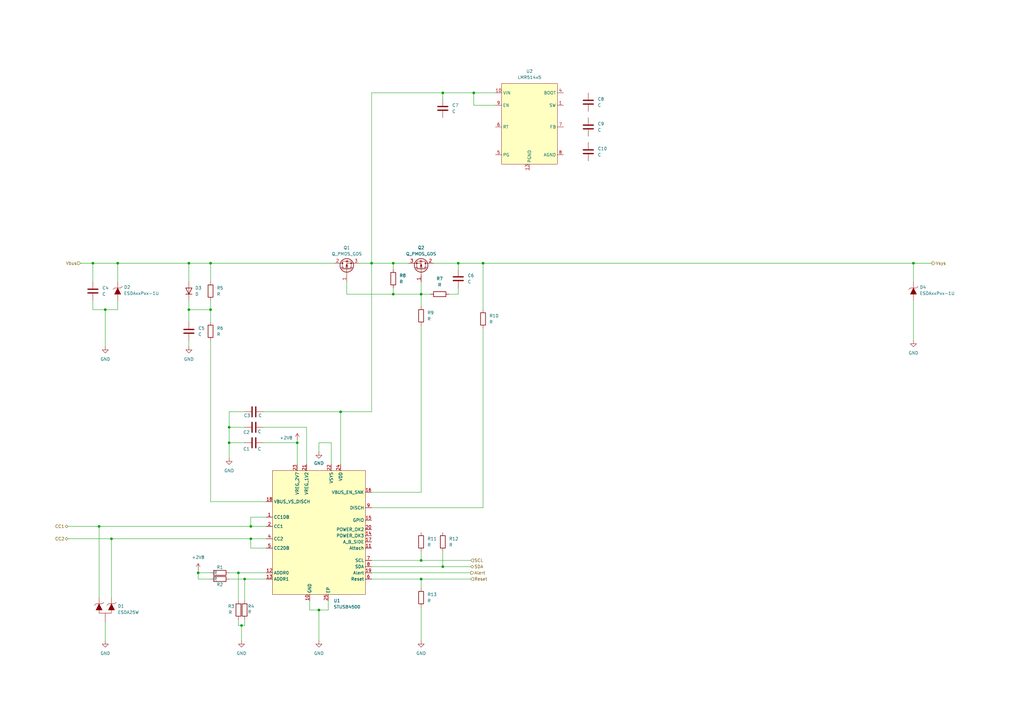
<source format=kicad_sch>
(kicad_sch (version 20231120) (generator "eeschema") (generator_version "8.0")
  (paper "A3")
  (lib_symbols
    (symbol "Device:C" (pin_numbers hide) (pin_names (offset 0.254))
      (property "Reference" "C" (at 0.635 2.54 0))
      (property "Value" "C" (at 0.635 -2.54 0))
      (symbol "C_0_1"
        (polyline (pts (xy -2.032 -0.762) (xy 2.032 -0.762)) (stroke (width 0.508)))
        (polyline (pts (xy -2.032 0.762) (xy 2.032 0.762)) (stroke (width 0.508)))
      )
      (symbol "C_1_1"
        (pin passive line (at 0 3.81 270) (length 2.794) (name "~") (number "1"))
        (pin passive line (at 0 -3.81 90) (length 2.794) (name "~") (number "2"))
      )
    )
    (symbol "Device:D" (pin_numbers hide) (pin_names (offset 1.016) hide)
      (property "Reference" "D" (at 0 2.54 0))
      (property "Value" "D" (at 0 -2.54 0))
      (symbol "D_0_1"
        (polyline (pts (xy -1.27 1.27) (xy -1.27 -1.27)) (stroke (width 0.254)))
        (polyline (pts (xy 1.27 0) (xy -1.27 0)))
        (polyline (pts (xy 1.27 1.27) (xy 1.27 -1.27) (xy -1.27 0) (xy 1.27 1.27)) (stroke (width 0.254)))
      )
      (symbol "D_1_1"
        (pin passive line (at -3.81 0 0) (length 2.54) (name "K") (number "1"))
        (pin passive line (at 3.81 0 180) (length 2.54) (name "A") (number "2"))
      )
    )
    (symbol "Device:Q_PMOS_GDS" (pin_names (offset 0) hide)
      (property "Reference" "Q" (at 5.08 1.27 0))
      (property "Value" "Q_PMOS_GDS" (at 5.08 -1.27 0))
      (symbol "Q_PMOS_GDS_0_1"
        (polyline (pts (xy 0.254 0) (xy -2.54 0)))
        (polyline (pts (xy 0.254 1.905) (xy 0.254 -1.905)) (stroke (width 0.254)))
        (polyline (pts (xy 0.762 -1.27) (xy 0.762 -2.286)) (stroke (width 0.254)))
        (polyline (pts (xy 0.762 0.508) (xy 0.762 -0.508)) (stroke (width 0.254)))
        (polyline (pts (xy 0.762 2.286) (xy 0.762 1.27)) (stroke (width 0.254)))
        (polyline (pts (xy 2.54 2.54) (xy 2.54 1.778)))
        (polyline (pts (xy 2.54 -2.54) (xy 2.54 0) (xy 0.762 0)))
        (polyline (pts (xy 0.762 1.778) (xy 3.302 1.778) (xy 3.302 -1.778) (xy 0.762 -1.778)))
        (polyline (pts (xy 2.286 0) (xy 1.27 0.381) (xy 1.27 -0.381) (xy 2.286 0)) (fill (type outline)))
        (polyline (pts (xy 2.794 -0.508) (xy 2.921 -0.381) (xy 3.683 -0.381) (xy 3.81 -0.254)))
        (polyline (pts (xy 3.302 -0.381) (xy 2.921 0.254) (xy 3.683 0.254) (xy 3.302 -0.381)))
        (circle (center 1.651 0) (radius 2.794) (stroke (width 0.254)))
        (circle (center 2.54 -1.778) (radius 0.254) (fill (type outline)))
        (circle (center 2.54 1.778) (radius 0.254) (fill (type outline)))
      )
      (symbol "Q_PMOS_GDS_1_1"
        (pin input line (at -5.08 0 0) (length 2.54) (name "G") (number "1"))
        (pin passive line (at 2.54 5.08 270) (length 2.54) (name "D") (number "2"))
        (pin passive line (at 2.54 -5.08 90) (length 2.54) (name "S") (number "3"))
      )
    )
    (symbol "Device:R" (pin_numbers hide) (pin_names (offset 0))
      (property "Reference" "R" (at 2.032 0 90))
      (property "Value" "R" (at 0 0 90))
      (symbol "R_0_1"
        (rectangle (start -1.016 -2.54) (end 1.016 2.54) (stroke (width 0.254)))
      )
      (symbol "R_1_1"
        (pin passive line (at 0 3.81 270) (length 1.27) (name "~") (number "1"))
        (pin passive line (at 0 -3.81 90) (length 1.27) (name "~") (number "2"))
      )
    )
    (symbol "Pyllr_Converter_DCDC:LMR514x5"
      (property "Reference" "U" (at 0 0 0))
      (property "Value" "LMR514x5" (at 0.254 -2.286 0))
      (symbol "LMR514x5_1_1"
        (rectangle (start -11.43 16.51) (end 11.43 -16.51) (fill (type background)))
        (pin power_out line (at 13.97 7.62 180) (length 2.54) (name "SW") (number "1"))
        (pin power_in line (at -13.97 12.7 0) (length 2.54) (name "VIN") (number "10"))
        (pin power_in line (at -13.97 12.7 0) (length 2.54) hide (name "VIN") (number "11"))
        (pin power_in line (at -13.97 12.7 0) (length 2.54) hide (name "VIN") (number "12"))
        (pin power_out line (at 0 -19.05 90) (length 2.54) (name "PGND") (number "13"))
        (pin power_out line (at 13.97 7.62 180) (length 2.54) hide (name "SW") (number "2"))
        (pin power_out line (at 13.97 7.62 180) (length 2.54) hide (name "SW") (number "3"))
        (pin passive line (at 13.97 12.7 180) (length 2.54) (name "BOOT") (number "4"))
        (pin open_collector line (at -13.97 -12.7 0) (length 2.54) (name "PG") (number "5"))
        (pin passive line (at -13.97 -1.27 0) (length 2.54) (name "RT") (number "6"))
        (pin passive line (at 13.97 -1.27 180) (length 2.54) (name "FB") (number "7"))
        (pin power_out line (at 13.97 -12.7 180) (length 2.54) (name "AGND") (number "8"))
        (pin input line (at -13.97 7.62 0) (length 2.54) (name "EN") (number "9"))
      )
    )
    (symbol "Pyllr_Interface_USB:STUSB4500QTR"
      (property "Reference" "U" (at 0.127 1.905 0))
      (property "Value" "STUSB4500" (at -0.127 -0.381 0))
      (symbol "STUSB4500QTR_1_1"
        (rectangle (start -19.05 25.4) (end 19.05 -25.4) (fill (type background)))
        (pin bidirectional line (at -21.59 6.35 0) (length 2.54) (name "CC1DB") (number "1"))
        (pin power_out line (at -3.81 -27.94 90) (length 2.54) (name "GND") (number "10"))
        (pin output line (at 21.59 -6.35 180) (length 2.54) (name "Attach") (number "11"))
        (pin input line (at -21.59 -16.51 0) (length 2.54) (name "ADDR0") (number "12"))
        (pin input line (at -21.59 -19.05 0) (length 2.54) (name "ADDR1") (number "13"))
        (pin output line (at 21.59 -1.27 180) (length 2.54) (name "POWER_OK3") (number "14"))
        (pin output line (at 21.59 5.08 180) (length 2.54) (name "GPIO") (number "15"))
        (pin open_collector line (at 21.59 16.51 180) (length 2.54) (name "VBUS_EN_SNK") (number "16"))
        (pin output line (at 21.59 -3.81 180) (length 2.54) (name "A_B_SIDE") (number "17"))
        (pin open_collector line (at -21.59 12.7 0) (length 2.54) (name "VBUS_VS_DISCH") (number "18"))
        (pin output line (at 21.59 -16.51 180) (length 2.54) (name "Alert") (number "19"))
        (pin bidirectional line (at -21.59 2.54 0) (length 2.54) (name "CC1") (number "2"))
        (pin output line (at 21.59 1.27 180) (length 2.54) (name "POWER_OK2") (number "20"))
        (pin power_out line (at -5.08 27.94 270) (length 2.54) (name "VREG_1V2") (number "21"))
        (pin power_in line (at 5.08 27.94 270) (length 2.54) (name "VSYS") (number "22"))
        (pin power_out line (at -8.89 27.94 270) (length 2.54) (name "VREG_2V7") (number "23"))
        (pin power_in line (at 8.89 27.94 270) (length 2.54) (name "VDD") (number "24"))
        (pin power_out line (at 3.81 -27.94 90) (length 2.54) (name "EP") (number "25"))
        (pin no_connect line (at 0 -27.94 90) (length 2.54) hide (name "NC") (number "3"))
        (pin bidirectional line (at -21.59 -2.54 0) (length 2.54) (name "CC2") (number "4"))
        (pin bidirectional line (at -21.59 -6.35 0) (length 2.54) (name "CC2DB") (number "5"))
        (pin input line (at 21.59 -19.05 180) (length 2.54) (name "Reset") (number "6"))
        (pin input line (at 21.59 -11.43 180) (length 2.54) (name "SCL") (number "7"))
        (pin bidirectional line (at 21.59 -13.97 180) (length 2.54) (name "SDA") (number "8"))
        (pin open_collector line (at 21.59 10.16 180) (length 2.54) (name "DISCH") (number "9"))
      )
    )
    (symbol "Pyllr_Power_Protection:ESDA25W" (pin_numbers hide) (pin_names hide)
      (property "Reference" "D" (at 5.842 -0.127 0))
      (property "Value" "ESDA25W" (at 9.652 -2.286 0))
      (symbol "ESDA25W_0_1"
        (polyline (pts (xy 0 -2.54) (xy 0 -3.81)))
        (polyline (pts (xy 2.54 -1.27) (xy 2.54 -2.54) (xy -2.54 -2.54) (xy -2.54 -1.27)))
      )
      (symbol "ESDA25W_1_1"
        (polyline (pts (xy -2.54 1.27) (xy -3.81 1.27) (xy -4.445 0.635)))
        (polyline (pts (xy -2.54 1.27) (xy -1.27 1.27) (xy -0.635 1.905)))
        (polyline (pts (xy 2.54 1.27) (xy 1.27 1.27) (xy 0.635 0.635)))
        (polyline (pts (xy 2.54 1.27) (xy 3.81 1.27) (xy 4.445 1.905)))
        (polyline (pts (xy -3.81 -1.27) (xy -1.27 -1.27) (xy -2.54 1.27) (xy -3.81 -1.27)) (fill (type outline)))
        (polyline (pts (xy 1.27 -1.27) (xy 3.81 -1.27) (xy 2.54 1.27) (xy 1.27 -1.27)) (fill (type outline)))
        (pin passive line (at 2.54 3.81 270) (length 2.54) (name "~") (number "1"))
        (pin passive line (at -2.54 3.81 270) (length 2.54) (name "~") (number "2"))
        (pin passive line (at 0 -6.35 90) (length 2.54) (name "~") (number "3"))
      )
    )
    (symbol "Pyllr_Power_Protection:ESDAxxPxx-1U" (pin_numbers hide) (pin_names hide)
      (property "Reference" "D" (at 3.683 1.27 0))
      (property "Value" "ESDAxxPxx-1U" (at 10.16 -1.143 0))
      (symbol "ESDAxxPxx-1U_1_1"
        (polyline (pts (xy 0 1.27) (xy -1.27 1.27) (xy -1.905 0.635)))
        (polyline (pts (xy 0 1.27) (xy 1.27 1.27) (xy 1.905 1.905)))
        (polyline (pts (xy -1.27 -1.27) (xy 1.27 -1.27) (xy 0 1.27) (xy -1.27 -1.27)) (fill (type outline)))
        (pin passive line (at 0 3.81 270) (length 2.54) (name "~") (number "1"))
        (pin passive line (at 0 -3.81 90) (length 2.54) (name "~") (number "2"))
      )
    )
    (symbol "power:+2V8" (power) (pin_numbers hide) (pin_names (offset 0) hide)
      (property "Value" "+2V8" (at 0 3.556 0))
      (symbol "+2V8_0_1"
        (polyline (pts (xy -0.762 1.27) (xy 0 2.54)))
        (polyline (pts (xy 0 0) (xy 0 2.54)))
        (polyline (pts (xy 0 2.54) (xy 0.762 1.27)))
      )
      (symbol "+2V8_1_1"
        (pin power_in line (at 0 0 90) (length 0) (name "~") (number "1"))
      )
    )
    (symbol "power:GND" (power) (pin_numbers hide) (pin_names (offset 0) hide)
      (property "Value" "GND" (at 0 -3.81 0))
      (symbol "GND_0_1"
        (polyline (pts (xy 0 0) (xy 0 -1.27) (xy 1.27 -1.27) (xy 0 -2.54) (xy -1.27 -1.27) (xy 0 -1.27)))
      )
      (symbol "GND_1_1"
        (pin power_in line (at 0 0 270) (length 0) (name "~") (number "1"))
      )
    )
  )
  (junction (at 86.36 127))
  (junction (at 194.31 38.1))
  (junction (at 48.26 107.95))
  (junction (at 181.61 38.1))
  (junction (at 93.98 181.61))
  (junction (at 181.61 232.41))
  (junction (at 40.64 215.9))
  (junction (at 152.4 107.95))
  (junction (at 86.36 107.95))
  (junction (at 38.1 107.95))
  (junction (at 100.33 237.49))
  (junction (at 172.72 237.49))
  (junction (at 81.28 234.95))
  (junction (at 93.98 175.26))
  (junction (at 139.7 168.91))
  (junction (at 198.12 107.95))
  (junction (at 77.47 127))
  (junction (at 130.81 250.19))
  (junction (at 161.29 107.95))
  (junction (at 172.72 229.87))
  (junction (at 45.72 220.98))
  (junction (at 77.47 107.95))
  (junction (at 121.92 181.61))
  (junction (at 172.72 120.65))
  (junction (at 102.87 220.98))
  (junction (at 43.18 127))
  (junction (at 187.96 107.95))
  (junction (at 161.29 120.65))
  (junction (at 99.06 256.54))
  (junction (at 374.65 107.95))
  (junction (at 102.87 215.9))
  (junction (at 97.79 234.95))
  (wire (pts (xy 152.4 237.49) (xy 172.72 237.49)))
  (wire (pts (xy 374.65 123.19) (xy 374.65 139.7)))
  (wire (pts (xy 77.47 107.95) (xy 77.47 115.57)))
  (wire (pts (xy 93.98 168.91) (xy 93.98 175.26)))
  (wire (pts (xy 172.72 120.65) (xy 172.72 125.73)))
  (wire (pts (xy 40.64 215.9) (xy 40.64 245.11)))
  (wire (pts (xy 48.26 107.95) (xy 77.47 107.95)))
  (wire (pts (xy 77.47 127) (xy 86.36 127)))
  (wire (pts (xy 181.61 38.1) (xy 194.31 38.1)))
  (wire (pts (xy 86.36 107.95) (xy 137.16 107.95)))
  (wire (pts (xy 142.24 120.65) (xy 142.24 115.57)))
  (wire (pts (xy 135.89 181.61) (xy 130.81 181.61)))
  (wire (pts (xy 198.12 107.95) (xy 374.65 107.95)))
  (wire (pts (xy 86.36 139.7) (xy 86.36 205.74)))
  (wire (pts (xy 203.2 43.18) (xy 194.31 43.18)))
  (wire (pts (xy 152.4 201.93) (xy 172.72 201.93)))
  (wire (pts (xy 48.26 107.95) (xy 48.26 115.57)))
  (wire (pts (xy 130.81 250.19) (xy 134.62 250.19)))
  (wire (pts (xy 172.72 237.49) (xy 193.04 237.49)))
  (wire (pts (xy 130.81 262.89) (xy 130.81 250.19)))
  (wire (pts (xy 152.4 232.41) (xy 181.61 232.41)))
  (wire (pts (xy 198.12 208.28) (xy 198.12 134.62)))
  (wire (pts (xy 109.22 220.98) (xy 102.87 220.98)))
  (wire (pts (xy 27.94 215.9) (xy 40.64 215.9)))
  (wire (pts (xy 135.89 190.5) (xy 135.89 181.61)))
  (wire (pts (xy 102.87 215.9) (xy 102.87 212.09)))
  (wire (pts (xy 125.73 175.26) (xy 125.73 190.5)))
  (wire (pts (xy 130.81 250.19) (xy 127 250.19)))
  (wire (pts (xy 161.29 107.95) (xy 167.64 107.95)))
  (wire (pts (xy 152.4 107.95) (xy 161.29 107.95)))
  (wire (pts (xy 99.06 256.54) (xy 100.33 256.54)))
  (wire (pts (xy 38.1 127) (xy 43.18 127)))
  (wire (pts (xy 38.1 107.95) (xy 48.26 107.95)))
  (wire (pts (xy 77.47 107.95) (xy 86.36 107.95)))
  (wire (pts (xy 127 250.19) (xy 127 246.38)))
  (wire (pts (xy 187.96 118.11) (xy 187.96 120.65)))
  (wire (pts (xy 38.1 107.95) (xy 38.1 115.57)))
  (wire (pts (xy 93.98 175.26) (xy 93.98 181.61)))
  (wire (pts (xy 130.81 181.61) (xy 130.81 185.42)))
  (wire (pts (xy 81.28 237.49) (xy 86.36 237.49)))
  (wire (pts (xy 134.62 250.19) (xy 134.62 246.38)))
  (wire (pts (xy 100.33 256.54) (xy 100.33 254)))
  (wire (pts (xy 181.61 232.41) (xy 181.61 226.06)))
  (wire (pts (xy 161.29 107.95) (xy 161.29 110.49)))
  (wire (pts (xy 77.47 123.19) (xy 77.47 127)))
  (wire (pts (xy 81.28 234.95) (xy 86.36 234.95)))
  (wire (pts (xy 107.95 168.91) (xy 139.7 168.91)))
  (wire (pts (xy 198.12 107.95) (xy 198.12 127)))
  (wire (pts (xy 152.4 168.91) (xy 152.4 107.95)))
  (wire (pts (xy 147.32 107.95) (xy 152.4 107.95)))
  (wire (pts (xy 93.98 237.49) (xy 100.33 237.49)))
  (wire (pts (xy 86.36 127) (xy 86.36 132.08)))
  (wire (pts (xy 102.87 220.98) (xy 102.87 224.79)))
  (wire (pts (xy 172.72 120.65) (xy 172.72 115.57)))
  (wire (pts (xy 86.36 205.74) (xy 109.22 205.74)))
  (wire (pts (xy 187.96 120.65) (xy 184.15 120.65)))
  (wire (pts (xy 97.79 256.54) (xy 99.06 256.54)))
  (wire (pts (xy 97.79 254) (xy 97.79 256.54)))
  (wire (pts (xy 107.95 181.61) (xy 121.92 181.61)))
  (wire (pts (xy 109.22 215.9) (xy 102.87 215.9)))
  (wire (pts (xy 45.72 220.98) (xy 45.72 245.11)))
  (wire (pts (xy 97.79 234.95) (xy 97.79 246.38)))
  (wire (pts (xy 152.4 107.95) (xy 152.4 38.1)))
  (wire (pts (xy 172.72 229.87) (xy 193.04 229.87)))
  (wire (pts (xy 374.65 107.95) (xy 374.65 115.57)))
  (wire (pts (xy 161.29 118.11) (xy 161.29 120.65)))
  (wire (pts (xy 33.02 107.95) (xy 38.1 107.95)))
  (wire (pts (xy 181.61 38.1) (xy 181.61 40.64)))
  (wire (pts (xy 77.47 127) (xy 77.47 132.08)))
  (wire (pts (xy 194.31 43.18) (xy 194.31 38.1)))
  (wire (pts (xy 177.8 107.95) (xy 187.96 107.95)))
  (wire (pts (xy 181.61 232.41) (xy 193.04 232.41)))
  (wire (pts (xy 81.28 233.68) (xy 81.28 234.95)))
  (wire (pts (xy 100.33 237.49) (xy 100.33 246.38)))
  (wire (pts (xy 27.94 220.98) (xy 45.72 220.98)))
  (wire (pts (xy 102.87 212.09) (xy 109.22 212.09)))
  (wire (pts (xy 97.79 234.95) (xy 109.22 234.95)))
  (wire (pts (xy 139.7 168.91) (xy 152.4 168.91)))
  (wire (pts (xy 77.47 139.7) (xy 77.47 142.24)))
  (wire (pts (xy 102.87 224.79) (xy 109.22 224.79)))
  (wire (pts (xy 374.65 107.95) (xy 382.27 107.95)))
  (wire (pts (xy 152.4 38.1) (xy 181.61 38.1)))
  (wire (pts (xy 81.28 234.95) (xy 81.28 237.49)))
  (wire (pts (xy 152.4 208.28) (xy 198.12 208.28)))
  (wire (pts (xy 45.72 220.98) (xy 102.87 220.98)))
  (wire (pts (xy 139.7 168.91) (xy 139.7 190.5)))
  (wire (pts (xy 172.72 229.87) (xy 172.72 226.06)))
  (wire (pts (xy 38.1 123.19) (xy 38.1 127)))
  (wire (pts (xy 121.92 180.34) (xy 121.92 181.61)))
  (wire (pts (xy 99.06 256.54) (xy 99.06 262.89)))
  (wire (pts (xy 100.33 181.61) (xy 93.98 181.61)))
  (wire (pts (xy 152.4 234.95) (xy 193.04 234.95)))
  (wire (pts (xy 172.72 237.49) (xy 172.72 241.3)))
  (wire (pts (xy 187.96 107.95) (xy 187.96 110.49)))
  (wire (pts (xy 86.36 123.19) (xy 86.36 127)))
  (wire (pts (xy 43.18 127) (xy 43.18 142.24)))
  (wire (pts (xy 161.29 120.65) (xy 172.72 120.65)))
  (wire (pts (xy 40.64 215.9) (xy 102.87 215.9)))
  (wire (pts (xy 100.33 168.91) (xy 93.98 168.91)))
  (wire (pts (xy 43.18 255.27) (xy 43.18 262.89)))
  (wire (pts (xy 93.98 181.61) (xy 93.98 187.96)))
  (wire (pts (xy 93.98 234.95) (xy 97.79 234.95)))
  (wire (pts (xy 142.24 120.65) (xy 161.29 120.65)))
  (wire (pts (xy 172.72 248.92) (xy 172.72 262.89)))
  (wire (pts (xy 48.26 123.19) (xy 48.26 127)))
  (wire (pts (xy 86.36 107.95) (xy 86.36 115.57)))
  (wire (pts (xy 152.4 229.87) (xy 172.72 229.87)))
  (wire (pts (xy 100.33 237.49) (xy 109.22 237.49)))
  (wire (pts (xy 172.72 133.35) (xy 172.72 201.93)))
  (wire (pts (xy 187.96 107.95) (xy 198.12 107.95)))
  (wire (pts (xy 43.18 127) (xy 48.26 127)))
  (wire (pts (xy 194.31 38.1) (xy 203.2 38.1)))
  (wire (pts (xy 172.72 120.65) (xy 176.53 120.65)))
  (wire (pts (xy 121.92 181.61) (xy 121.92 190.5)))
  (wire (pts (xy 107.95 175.26) (xy 125.73 175.26)))
  (wire (pts (xy 100.33 175.26) (xy 93.98 175.26)))
  (hierarchical_label "SCL" (shape input) (at 193.04 229.87 0))
  (hierarchical_label "CC2" (shape bidirectional) (at 27.94 220.98 180))
  (hierarchical_label "CC1" (shape bidirectional) (at 27.94 215.9 180))
  (hierarchical_label "Vsys" (shape output) (at 382.27 107.95 0))
  (hierarchical_label "Alert" (shape output) (at 193.04 234.95 0))
  (hierarchical_label "SDA" (shape bidirectional) (at 193.04 232.41 0))
  (hierarchical_label "Vbus" (shape input) (at 33.02 107.95 180))
  (hierarchical_label "Reset" (shape input) (at 193.04 237.49 0))
  (symbol (lib_id "power:GND") (at 43.18 142.24 0) (unit 1)
    (property "Reference" "#PWR08" (effects (hide yes)))
    (property "Value" "GND" (at 43.18 147.32 0))
    (property "Description" "Power symbol creates a global label with name \"GND\" , ground" (effects (hide yes)))
  )
  (symbol (lib_id "Device:C") (at 77.47 135.89 0) (unit 1)
    (property "Reference" "C5" (at 81.28 134.6199 0) (effects (justify left)))
    (property "Value" "C" (at 81.28 137.1599 0) (effects (justify left)))
    (property "Description" "Unpolarized capacitor" (effects (hide yes)))
  )
  (symbol (lib_id "Pyllr_Power_Protection:ESDAxxPxx-1U") (at 374.65 119.38 0) (unit 1)
    (property "Reference" "D4" (at 377.19 117.7924 0) (effects (justify left)))
    (property "Value" "ESDAxxPxx-1U" (at 377.19 120.3324 0) (effects (justify left)))
    (property "Footprint" "Pyllr_Package_DFN_QFN:QFN-2L" (effects (hide yes)))
    (property "Datasheet" "https://www.st.com/resource/en/datasheet/esda7p60-1u1m.pdf" (effects (hide yes)))
  )
  (symbol (lib_id "Device:C") (at 241.3 41.91 0) (unit 1)
    (property "Reference" "C8" (at 245.11 40.6399 0) (effects (justify left)))
    (property "Value" "C" (at 245.11 43.1799 0) (effects (justify left)))
    (property "Description" "Unpolarized capacitor" (effects (hide yes)))
  )
  (symbol (lib_id "Device:C") (at 241.3 52.07 0) (unit 1)
    (property "Reference" "C9" (at 245.11 50.7999 0) (effects (justify left)))
    (property "Value" "C" (at 245.11 53.3399 0) (effects (justify left)))
    (property "Description" "Unpolarized capacitor" (effects (hide yes)))
  )
  (symbol (lib_id "Pyllr_Converter_DCDC:LMR514x5") (at 217.17 50.8 0) (unit 1)
    (property "Reference" "U2" (at 217.17 29.21 0))
    (property "Value" "LMR514x5" (at 217.17 31.75 0))
    (property "Datasheet" "https://www.ti.com/lit/ds/symlink/lmr51435-q1.pdf?ts=1732636581600&ref_url=https%253A%252F%252Fwww.ti.com%252Fpower-management%252Facdc-dcdc-converters%252Fproducts.html" (effects (hide yes)))
  )
  (symbol (lib_id "Device:R") (at 86.36 119.38 0) (unit 1)
    (property "Reference" "R5" (at 88.9 118.1099 0) (effects (justify left)))
    (property "Value" "R" (at 88.9 120.6499 0) (effects (justify left)))
    (property "Description" "Resistor" (effects (hide yes)))
  )
  (symbol (lib_id "Device:C") (at 187.96 114.3 180) (unit 1)
    (property "Reference" "C6" (at 191.77 113.0299 0) (effects (justify right)))
    (property "Value" "C" (at 191.77 115.5699 0) (effects (justify right)))
    (property "Description" "Unpolarized capacitor" (effects (hide yes)))
  )
  (symbol (lib_id "Pyllr_Interface_USB:STUSB4500QTR") (at 130.81 218.44 0) (unit 1)
    (property "Reference" "U1" (at 136.8141 246.38 0) (effects (justify left)))
    (property "Value" "STUSB4500" (at 136.8141 248.92 0) (effects (justify left)))
    (property "Footprint" "Pyllr_Package_DFN_QFN:QFN-24_1EP_3.95x3.95mm_P0.5mm_2.55x2.55mm" (effects (hide yes)))
    (property "Datasheet" "https://www.st.com/resource/en/datasheet/stusb4500.pdf" (effects (hide yes)))
  )
  (symbol (lib_id "Device:C") (at 104.14 168.91 270) (unit 1)
    (property "Reference" "C3" (at 101.346 170.434 90))
    (property "Value" "C" (at 106.68 170.434 90))
    (property "Description" "Unpolarized capacitor" (effects (hide yes)))
  )
  (symbol (lib_id "Device:D") (at 77.47 119.38 90) (unit 1)
    (property "Reference" "D3" (at 80.01 118.1099 90) (effects (justify right)))
    (property "Value" "D" (at 80.01 120.6499 90) (effects (justify right)))
    (property "Description" "Diode" (effects (hide yes)))
    (property "Sim.Device" "D" (effects (hide yes)))
    (property "Sim.Pins" "1=K 2=A" (effects (hide yes)))
  )
  (symbol (lib_id "Device:R") (at 172.72 222.25 0) (unit 1)
    (property "Reference" "R11" (at 175.26 220.9799 0) (effects (justify left)))
    (property "Value" "R" (at 175.26 223.5199 0) (effects (justify left)))
    (property "Description" "Resistor" (effects (hide yes)))
  )
  (symbol (lib_id "Device:R") (at 181.61 222.25 0) (unit 1)
    (property "Reference" "R12" (at 184.15 220.9799 0) (effects (justify left)))
    (property "Value" "R" (at 184.15 223.5199 0) (effects (justify left)))
    (property "Description" "Resistor" (effects (hide yes)))
  )
  (symbol (lib_id "Device:C") (at 104.14 175.26 270) (unit 1)
    (property "Reference" "C2" (at 101.092 177.292 90))
    (property "Value" "C" (at 106.426 177.038 90))
    (property "Description" "Unpolarized capacitor" (effects (hide yes)))
  )
  (symbol (lib_id "power:GND") (at 93.98 187.96 0) (unit 1)
    (property "Reference" "#PWR05" (effects (hide yes)))
    (property "Value" "GND" (at 93.98 193.04 0))
    (property "Description" "Power symbol creates a global label with name \"GND\" , ground" (effects (hide yes)))
  )
  (symbol (lib_id "Device:R") (at 90.17 237.49 90) (unit 1)
    (property "Reference" "R2" (at 90.17 239.776 90))
    (property "Value" "R" (at 88.392 237.49 90))
    (property "Description" "Resistor" (effects (hide yes)))
  )
  (symbol (lib_id "Device:R") (at 97.79 250.19 180) (unit 1)
    (property "Reference" "R3" (at 93.472 248.6659 0) (effects (justify right)))
    (property "Value" "R" (at 93.726 251.2059 0) (effects (justify right)))
    (property "Description" "Resistor" (effects (hide yes)))
  )
  (symbol (lib_id "power:GND") (at 172.72 262.89 0) (unit 1)
    (property "Reference" "#PWR011" (effects (hide yes)))
    (property "Value" "GND" (at 172.72 267.97 0))
    (property "Description" "Power symbol creates a global label with name \"GND\" , ground" (effects (hide yes)))
  )
  (symbol (lib_id "power:+2V8") (at 121.92 180.34 0) (unit 1)
    (property "Reference" "#PWR06" (effects (hide yes)))
    (property "Value" "+2V8" (at 117.348 179.578 0))
    (property "Description" "Power symbol creates a global label with name \"+2V8\"" (effects (hide yes)))
  )
  (symbol (lib_id "power:GND") (at 77.47 142.24 0) (unit 1)
    (property "Reference" "#PWR09" (effects (hide yes)))
    (property "Value" "GND" (at 77.47 147.32 0))
    (property "Description" "Power symbol creates a global label with name \"GND\" , ground" (effects (hide yes)))
  )
  (symbol (lib_id "power:GND") (at 43.18 262.89 0) (unit 1)
    (property "Reference" "#PWR02" (effects (hide yes)))
    (property "Value" "GND" (at 43.18 267.97 0))
    (property "Description" "Power symbol creates a global label with name \"GND\" , ground" (effects (hide yes)))
  )
  (symbol (lib_id "Device:R") (at 172.72 129.54 180) (unit 1)
    (property "Reference" "R9" (at 175.26 128.2699 0) (effects (justify right)))
    (property "Value" "R" (at 175.26 130.8099 0) (effects (justify right)))
    (property "Description" "Resistor" (effects (hide yes)))
  )
  (symbol (lib_id "power:+2V8") (at 81.28 233.68 0) (unit 1)
    (property "Reference" "#PWR01" (effects (hide yes)))
    (property "Value" "+2V8" (at 81.28 228.6 0))
    (property "Description" "Power symbol creates a global label with name \"+2V8\"" (effects (hide yes)))
  )
  (symbol (lib_id "Device:C") (at 181.61 44.45 0) (unit 1)
    (property "Reference" "C7" (at 185.42 43.1799 0) (effects (justify left)))
    (property "Value" "C" (at 185.42 45.7199 0) (effects (justify left)))
    (property "Description" "Unpolarized capacitor" (effects (hide yes)))
  )
  (symbol (lib_id "Device:Q_PMOS_GDS") (at 172.72 110.49 270) (mirror x) (unit 1)
    (property "Reference" "Q2" (at 172.72 101.6 90))
    (property "Value" "Q_PMOS_GDS" (at 172.72 104.14 90))
    (property "Description" "P-MOSFET transistor, gate/drain/source" (effects (hide yes)))
  )
  (symbol (lib_id "power:GND") (at 99.06 262.89 0) (unit 1)
    (property "Reference" "#PWR03" (effects (hide yes)))
    (property "Value" "GND" (at 99.06 267.97 0))
    (property "Description" "Power symbol creates a global label with name \"GND\" , ground" (effects (hide yes)))
  )
  (symbol (lib_id "Device:C") (at 104.14 181.61 270) (unit 1)
    (property "Reference" "C1" (at 101.092 184.15 90))
    (property "Value" "C" (at 106.426 184.15 90))
    (property "Description" "Unpolarized capacitor" (effects (hide yes)))
  )
  (symbol (lib_id "Pyllr_Power_Protection:ESDAxxPxx-1U") (at 48.26 119.38 0) (unit 1)
    (property "Reference" "D2" (at 50.8 117.7924 0) (effects (justify left)))
    (property "Value" "ESDAxxPxx-1U" (at 50.8 120.3324 0) (effects (justify left)))
    (property "Footprint" "Pyllr_Package_DFN_QFN:QFN-2L" (effects (hide yes)))
    (property "Datasheet" "https://www.st.com/resource/en/datasheet/esda7p60-1u1m.pdf" (effects (hide yes)))
  )
  (symbol (lib_id "power:GND") (at 130.81 262.89 0) (unit 1)
    (property "Reference" "#PWR04" (effects (hide yes)))
    (property "Value" "GND" (at 130.81 267.97 0))
    (property "Description" "Power symbol creates a global label with name \"GND\" , ground" (effects (hide yes)))
  )
  (symbol (lib_id "power:GND") (at 374.65 139.7 0) (unit 1)
    (property "Reference" "#PWR010" (effects (hide yes)))
    (property "Value" "GND" (at 374.65 144.78 0))
    (property "Description" "Power symbol creates a global label with name \"GND\" , ground" (effects (hide yes)))
  )
  (symbol (lib_id "Pyllr_Power_Protection:ESDA25W") (at 43.18 248.92 0) (unit 1)
    (property "Reference" "D1" (at 48.26 248.6024 0) (effects (justify left)))
    (property "Value" "ESDA25W" (at 48.26 251.1424 0) (effects (justify left)))
    (property "Footprint" "Pyllr_Package_TO_SOT_SMD:SOT323-3L" (effects (hide yes)))
    (property "Datasheet" "https://www.st.com/resource/en/datasheet/esdaxxxwx.pdf" (effects (hide yes)))
  )
  (symbol (lib_id "Device:C") (at 241.3 62.23 0) (unit 1)
    (property "Reference" "C10" (at 245.11 60.9599 0) (effects (justify left)))
    (property "Value" "C" (at 245.11 63.4999 0) (effects (justify left)))
    (property "Description" "Unpolarized capacitor" (effects (hide yes)))
  )
  (symbol (lib_id "power:GND") (at 130.81 185.42 0) (unit 1)
    (property "Reference" "#PWR07" (effects (hide yes)))
    (property "Value" "GND" (at 130.81 189.992 0))
    (property "Description" "Power symbol creates a global label with name \"GND\" , ground" (effects (hide yes)))
  )
  (symbol (lib_id "Device:R") (at 86.36 135.89 0) (unit 1)
    (property "Reference" "R6" (at 88.9 134.6199 0) (effects (justify left)))
    (property "Value" "R" (at 88.9 137.1599 0) (effects (justify left)))
    (property "Description" "Resistor" (effects (hide yes)))
  )
  (symbol (lib_id "Device:R") (at 161.29 114.3 180) (unit 1)
    (property "Reference" "R8" (at 163.83 113.0299 0) (effects (justify right)))
    (property "Value" "R" (at 163.83 115.5699 0) (effects (justify right)))
    (property "Description" "Resistor" (effects (hide yes)))
  )
  (symbol (lib_id "Device:R") (at 180.34 120.65 90) (unit 1)
    (property "Reference" "R7" (at 180.34 114.3 90))
    (property "Value" "R" (at 180.34 116.84 90))
    (property "Description" "Resistor" (effects (hide yes)))
  )
  (symbol (lib_id "Device:C") (at 38.1 119.38 0) (unit 1)
    (property "Reference" "C4" (at 41.91 118.1099 0) (effects (justify left)))
    (property "Value" "C" (at 41.91 120.6499 0) (effects (justify left)))
    (property "Description" "Unpolarized capacitor" (effects (hide yes)))
  )
  (symbol (lib_id "Device:R") (at 100.33 250.19 180) (unit 1)
    (property "Reference" "R4" (at 101.6 248.6659 0) (effects (justify right)))
    (property "Value" "R" (at 101.6 250.9519 0) (effects (justify right)))
    (property "Description" "Resistor" (effects (hide yes)))
  )
  (symbol (lib_id "Device:R") (at 172.72 245.11 0) (unit 1)
    (property "Reference" "R13" (at 175.26 243.8399 0) (effects (justify left)))
    (property "Value" "R" (at 175.26 246.3799 0) (effects (justify left)))
    (property "Description" "Resistor" (effects (hide yes)))
  )
  (symbol (lib_id "Device:Q_PMOS_GDS") (at 142.24 110.49 90) (unit 1)
    (property "Reference" "Q1" (at 142.24 101.6 90))
    (property "Value" "Q_PMOS_GDS" (at 142.24 104.14 90))
    (property "Description" "P-MOSFET transistor, gate/drain/source" (effects (hide yes)))
  )
  (symbol (lib_id "Device:R") (at 198.12 130.81 180) (unit 1)
    (property "Reference" "R10" (at 200.66 129.5399 0) (effects (justify right)))
    (property "Value" "R" (at 200.66 132.0799 0) (effects (justify right)))
    (property "Description" "Resistor" (effects (hide yes)))
  )
  (symbol (lib_id "Device:R") (at 90.17 234.95 90) (unit 1)
    (property "Reference" "R1" (at 90.17 232.664 90))
    (property "Value" "R" (at 88.392 234.95 90))
    (property "Description" "Resistor" (effects (hide yes)))
  )
)
</source>
